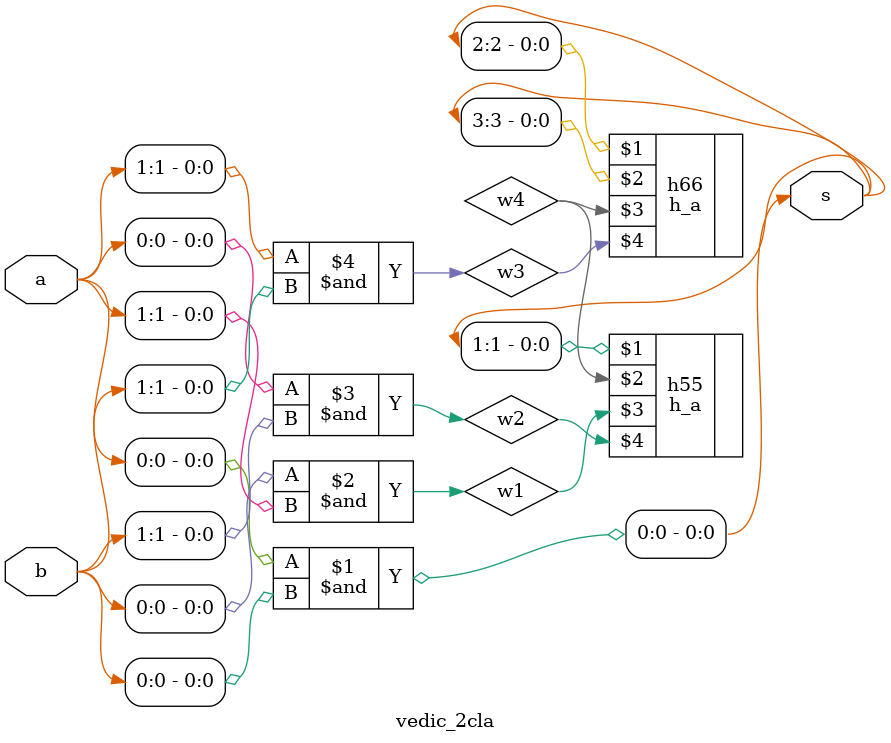
<source format=v>
`timescale 1ns / 1ps


module vedic_2cla(s, a , b);
  output [3:0]s;
  
  input [1:0]a,b;
  wire w1, w2, w3, w4;
  and (s[0],a[0], b[0]);
  and (w1, b[0], a[1]);
  and (w2, a[0], b[1]);
  h_a h55(s[1], w4, w1, w2);
  and (w3, a[1], b[1]);
  h_a h66(s[2], s[3], w4, w3);
endmodule  

</source>
